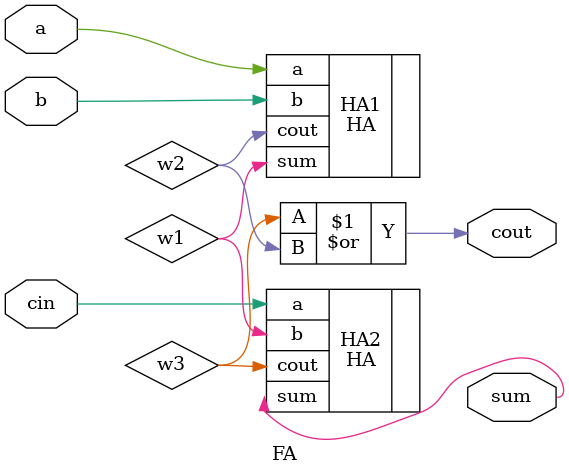
<source format=v>
`include "HA.v"

module FA(
    input  a,
    input  b,
    input  cin, 
    output sum,
    output cout
);

	wire	w1, w2, w3;
	HA HA1(.a(a), .b(b), .cout(w2), .sum(w1));
	HA HA2(.a(cin), .b(w1), .cout(w3), .sum(sum));
	or (cout, w3, w2);

endmodule

</source>
